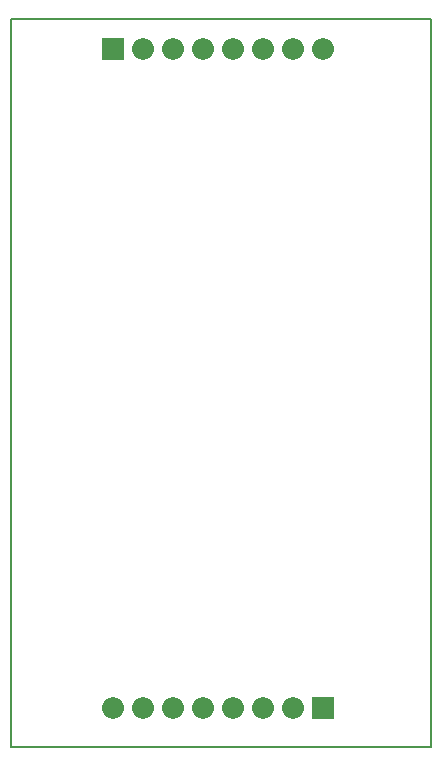
<source format=gbs>
G04 #@! TF.FileFunction,Soldermask,Bot*
%FSLAX46Y46*%
G04 Gerber Fmt 4.6, Leading zero omitted, Abs format (unit mm)*
G04 Created by KiCad (PCBNEW 4.0.7) date Wed Nov 28 14:25:24 2018*
%MOMM*%
%LPD*%
G01*
G04 APERTURE LIST*
%ADD10C,0.100000*%
%ADD11C,0.150000*%
%ADD12R,1.852400X1.852400*%
%ADD13O,1.852400X1.852400*%
G04 APERTURE END LIST*
D10*
D11*
X90170000Y-64770000D02*
X90170000Y-126365000D01*
X54610000Y-64770000D02*
X90170000Y-64770000D01*
X54610000Y-126365000D02*
X54610000Y-64770000D01*
X90170000Y-126365000D02*
X54610000Y-126365000D01*
D12*
X81018380Y-123042680D03*
D13*
X78478380Y-123042680D03*
X75938380Y-123042680D03*
X73398380Y-123042680D03*
X70858380Y-123042680D03*
X68318380Y-123042680D03*
X65778380Y-123042680D03*
X63238380Y-123042680D03*
D12*
X63233300Y-67284600D03*
D13*
X65773300Y-67284600D03*
X68313300Y-67284600D03*
X70853300Y-67284600D03*
X73393300Y-67284600D03*
X75933300Y-67284600D03*
X78473300Y-67284600D03*
X81013300Y-67284600D03*
M02*

</source>
